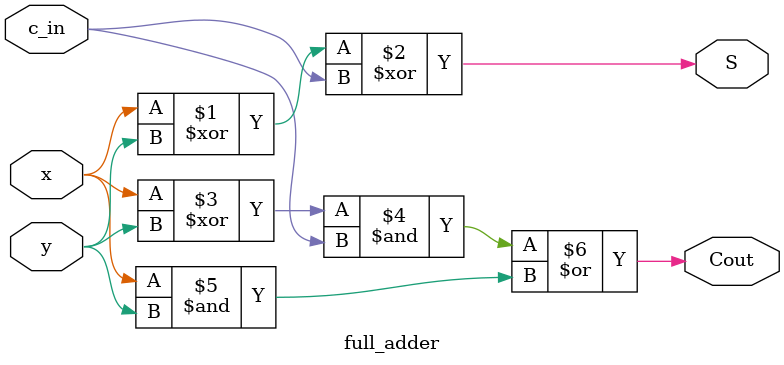
<source format=v>
module full_adder(input x, y, c_in, output S, Cout);
	assign S = x ^ y ^ c_in;
	assign Cout = ((x ^ y) & c_in) | (x & y);
	
endmodule

</source>
